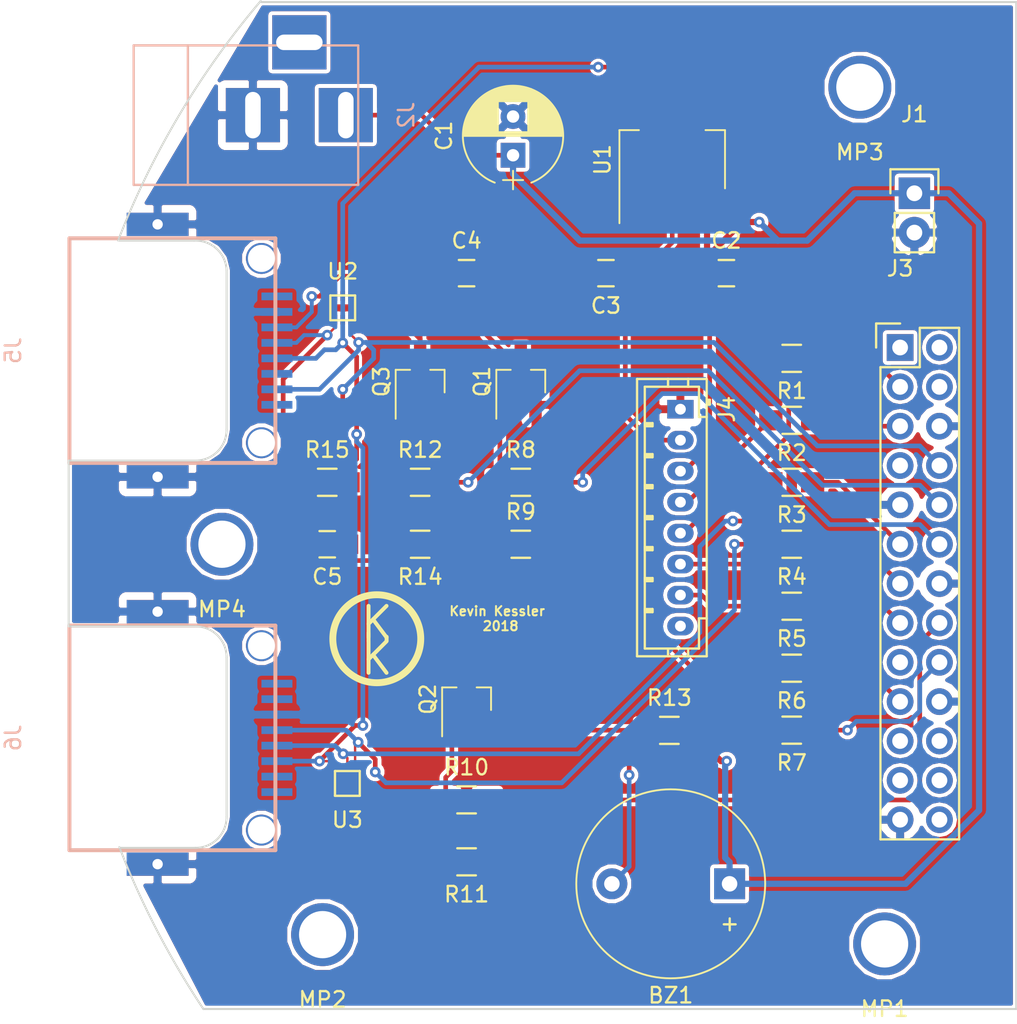
<source format=kicad_pcb>
(kicad_pcb (version 4) (host pcbnew 4.0.7)
  (layers (0 F.Cu signal) (31 B.Cu signal) (34 B.Paste user) (35 F.Paste user) (36 B.SilkS user) (37 F.SilkS user) (38 B.Mask user) (39 F.Mask user) (44 Edge.Cuts user))
  (net 0 "")
  (net 1 "Net-(BZ1-Pad2)")
  (net 2 +5V)
  (net 3 GND)
  (net 4 +3V3)
  (net 5 /DOOR_B)
  (net 6 "Net-(C4-Pad2)")
  (net 7 /HOLD_B)
  (net 8 "Net-(J3-Pad3)")
  (net 9 "Net-(J3-Pad5)")
  (net 10 /G_DOOR)
  (net 11 "Net-(J3-Pad11)")
  (net 12 /LIGHT)
  (net 13 "Net-(J3-Pad13)")
  (net 14 "Net-(J3-Pad15)")
  (net 15 /PIEZO)
  (net 16 "Net-(J3-Pad18)")
  (net 17 "Net-(J3-Pad19)")
  (net 18 /SCL)
  (net 19 /SDA)
  (net 20 /MOSI)
  (net 21 /PIR_OUT)
  (net 22 /HOLD_LED_-)
  (net 23 /CLOSE_HALL)
  (net 24 /OPEN_HALL)
  (net 25 "Net-(Q1-Pad1)")
  (net 26 "Net-(Q2-Pad1)")
  (net 27 "Net-(Q3-Pad1)")
  (module Capacitors_SMD:C_0805_HandSoldering (layer F.Cu) (at 133.781 82.5)
    (fp_text reference C2 (at 0 -2.1) (layer F.SilkS))
    (fp_text value 100n)
    (pad 1 smd rect (at -1.25 0) (size 1.5 1.25) (layers F.Cu F.Paste F.Mask) (net 2 +5V))
    (pad 2 smd rect (at 1.25 0) (size 1.5 1.25) (layers F.Cu F.Paste F.Mask) (net 3 GND))
  )
  (module Capacitors_SMD:C_0805_HandSoldering (layer F.Cu) (at 126 82.5 180)
    (fp_text reference C3 (at 0 -2.1 180) (layer F.SilkS))
    (fp_text value 10u)
    (pad 1 smd rect (at -1.25 0 180) (size 1.5 1.25) (layers F.Cu F.Paste F.Mask) (net 4 +3V3))
    (pad 2 smd rect (at 1.25 0 180) (size 1.5 1.25) (layers F.Cu F.Paste F.Mask) (net 3 GND))
  )
  (module Capacitors_SMD:C_0805_HandSoldering (layer F.Cu) (at 117 82.5)
    (fp_text reference C4 (at 0 -2.1) (layer F.SilkS))
    (fp_text value 100u)
    (pad 1 smd rect (at -1.25 0) (size 1.5 1.25) (layers F.Cu F.Paste F.Mask) (net 5 /DOOR_B))
    (pad 2 smd rect (at 1.25 0) (size 1.5 1.25) (layers F.Cu F.Paste F.Mask) (net 6 "Net-(C4-Pad2)"))
  )
  (module Capacitors_SMD:C_0805_HandSoldering (layer F.Cu) (at 108 100 180)
    (fp_text reference C5 (at 0 -2.1 180) (layer F.SilkS))
    (fp_text value 100n)
    (pad 1 smd rect (at -1.25 0 180) (size 1.5 1.25) (layers F.Cu F.Paste F.Mask) (net 4 +3V3))
    (pad 2 smd rect (at 1.25 0 180) (size 1.5 1.25) (layers F.Cu F.Paste F.Mask) (net 7 /HOLD_B))
  )
  (module Pin_Headers:Pin_Header_Straight_1x02 (layer F.Cu) (at 145.923 77.343)
    (fp_text reference J1 (at 0 -5.1) (layer F.SilkS))
    (fp_text value Conn_01x02)
    (pad 1 thru_hole rect (at 0 0) (size 2.032 2.032) (drill 1.016) (layers *.Cu *.Mask) (net 2 +5V))
    (pad 2 thru_hole oval (at 0 2.54) (size 2.032 2.032) (drill 1.016) (layers *.Cu *.Mask) (net 3 GND))
  )
  (module Connectors:BARREL_JACK (layer B.Cu) (at 102.99934 72.3)
    (fp_text reference J2 (at 10.09904 0 270) (layer B.SilkS) (effects (justify mirror)))
    (fp_text value Barrel_Jack)
    (pad 1 thru_hole rect (at 6.20014 0) (size 3.50012 3.50012) (drill oval 1.00076 2.99974) (layers *.Cu *.Mask) (net 2 +5V))
    (pad 2 thru_hole rect (at 0.20066 0) (size 3.50012 3.50012) (drill oval 1.00076 2.99974) (layers *.Cu *.Mask) (net 3 GND))
    (pad 3 thru_hole rect (at 3.2004 -4.699) (size 3.50012 3.50012) (drill oval 2.99974 1.00076) (layers *.Cu *.Mask))
  )
  (module Pin_Headers:Pin_Header_Straight_2x13 (layer F.Cu) (at 145 87.3)
    (fp_text reference J3 (at 0 -5.1) (layer F.SilkS))
    (fp_text value Conn_02x13_Odd_Even)
    (pad 1 thru_hole rect (at 0 0) (size 1.7272 1.7272) (drill 1.016) (layers *.Cu *.Mask))
    (pad 2 thru_hole oval (at 2.54 0) (size 1.7272 1.7272) (drill 1.016) (layers *.Cu *.Mask))
    (pad 3 thru_hole oval (at 0 2.54) (size 1.7272 1.7272) (drill 1.016) (layers *.Cu *.Mask) (net 8 "Net-(J3-Pad3)"))
    (pad 4 thru_hole oval (at 2.54 2.54) (size 1.7272 1.7272) (drill 1.016) (layers *.Cu *.Mask))
    (pad 5 thru_hole oval (at 0 5.08) (size 1.7272 1.7272) (drill 1.016) (layers *.Cu *.Mask) (net 9 "Net-(J3-Pad5)"))
    (pad 6 thru_hole oval (at 2.54 5.08) (size 1.7272 1.7272) (drill 1.016) (layers *.Cu *.Mask) (net 3 GND))
    (pad 7 thru_hole oval (at 0 7.62) (size 1.7272 1.7272) (drill 1.016) (layers *.Cu *.Mask))
    (pad 8 thru_hole oval (at 2.54 7.62) (size 1.7272 1.7272) (drill 1.016) (layers *.Cu *.Mask) (net 7 /HOLD_B))
    (pad 9 thru_hole oval (at 0 10.16) (size 1.7272 1.7272) (drill 1.016) (layers *.Cu *.Mask) (net 3 GND))
    (pad 10 thru_hole oval (at 2.54 10.16) (size 1.7272 1.7272) (drill 1.016) (layers *.Cu *.Mask) (net 10 /G_DOOR))
    (pad 11 thru_hole oval (at 0 12.7) (size 1.7272 1.7272) (drill 1.016) (layers *.Cu *.Mask) (net 11 "Net-(J3-Pad11)"))
    (pad 12 thru_hole oval (at 2.54 12.7) (size 1.7272 1.7272) (drill 1.016) (layers *.Cu *.Mask) (net 12 /LIGHT))
    (pad 13 thru_hole oval (at 0 15.24) (size 1.7272 1.7272) (drill 1.016) (layers *.Cu *.Mask) (net 13 "Net-(J3-Pad13)"))
    (pad 14 thru_hole oval (at 2.54 15.24) (size 1.7272 1.7272) (drill 1.016) (layers *.Cu *.Mask) (net 3 GND))
    (pad 15 thru_hole oval (at 0 17.78) (size 1.7272 1.7272) (drill 1.016) (layers *.Cu *.Mask) (net 14 "Net-(J3-Pad15)"))
    (pad 16 thru_hole oval (at 2.54 17.78) (size 1.7272 1.7272) (drill 1.016) (layers *.Cu *.Mask) (net 15 /PIEZO))
    (pad 17 thru_hole oval (at 0 20.32) (size 1.7272 1.7272) (drill 1.016) (layers *.Cu *.Mask))
    (pad 18 thru_hole oval (at 2.54 20.32) (size 1.7272 1.7272) (drill 1.016) (layers *.Cu *.Mask) (net 16 "Net-(J3-Pad18)"))
    (pad 19 thru_hole oval (at 0 22.86) (size 1.7272 1.7272) (drill 1.016) (layers *.Cu *.Mask) (net 17 "Net-(J3-Pad19)"))
    (pad 20 thru_hole oval (at 2.54 22.86) (size 1.7272 1.7272) (drill 1.016) (layers *.Cu *.Mask) (net 3 GND))
    (pad 21 thru_hole oval (at 0 25.4) (size 1.7272 1.7272) (drill 1.016) (layers *.Cu *.Mask))
    (pad 22 thru_hole oval (at 2.54 25.4) (size 1.7272 1.7272) (drill 1.016) (layers *.Cu *.Mask))
    (pad 23 thru_hole oval (at 0 27.94) (size 1.7272 1.7272) (drill 1.016) (layers *.Cu *.Mask))
    (pad 24 thru_hole oval (at 2.54 27.94) (size 1.7272 1.7272) (drill 1.016) (layers *.Cu *.Mask))
    (pad 25 thru_hole oval (at 0 30.48) (size 1.7272 1.7272) (drill 1.016) (layers *.Cu *.Mask) (net 3 GND))
    (pad 26 thru_hole oval (at 2.54 30.48) (size 1.7272 1.7272) (drill 1.016) (layers *.Cu *.Mask))
  )
  (module Connectors_JST:JST_PH_B8B-PH-K_08x2.00mm_Straight (layer F.Cu) (at 130.81 91.282 270)
    (fp_text reference J4 (at 0 -3 270) (layer F.SilkS))
    (fp_text value Front_Panel_Connector)
    (pad 1 thru_hole rect (at 0 0 270) (size 1.2 1.7) (drill 0.7) (layers *.Cu *.Mask) (net 3 GND))
    (pad 2 thru_hole oval (at 2 0 270) (size 1.2 1.7) (drill 0.7) (layers *.Cu *.Mask) (net 4 +3V3))
    (pad 3 thru_hole oval (at 4 0 270) (size 1.2 1.7) (drill 0.7) (layers *.Cu *.Mask) (net 2 +5V))
    (pad 4 thru_hole oval (at 6 0 270) (size 1.2 1.7) (drill 0.7) (layers *.Cu *.Mask) (net 18 /SCL))
    (pad 5 thru_hole oval (at 8 0 270) (size 1.2 1.7) (drill 0.7) (layers *.Cu *.Mask) (net 19 /SDA))
    (pad 6 thru_hole oval (at 10 0 270) (size 1.2 1.7) (drill 0.7) (layers *.Cu *.Mask) (net 20 /MOSI))
    (pad 7 thru_hole oval (at 12 0 270) (size 1.2 1.7) (drill 0.7) (layers *.Cu *.Mask) (net 21 /PIR_OUT))
    (pad 8 thru_hole oval (at 14 0 270) (size 1.2 1.7) (drill 0.7) (layers *.Cu *.Mask))
  )
  (module KevinLibrary:RJ45_LOW_PROFILE_NO_CUT (layer B.Cu) (at 98 87.5 270)
    (fp_text reference J5 (at 0 10.287 270) (layer B.SilkS) (effects (justify mirror)))
    (fp_text value RJ45)
    (pad "" np_thru_hole circle (at -5.95 -5.75 270) (size 2 2) (drill 1.75) (layers *.Cu *.Mask))
    (pad "" np_thru_hole circle (at 5.95 -5.75 270) (size 2 2) (drill 1.75) (layers *.Cu *.Mask))
    (pad 9 thru_hole rect (at -8.15 0.955 270) (size 1.5 4) (drill 0.67) (layers *.Cu *.Mask) (net 3 GND))
    (pad 9 thru_hole rect (at 8.15 0.955 270) (size 1.5 4) (drill 0.67) (layers *.Cu *.Mask) (net 3 GND))
    (pad 4 smd rect (at 0.5 -6.75 270) (size 0.5 2) (layers B.Cu B.Paste B.Mask) (net 4 +3V3))
    (pad 3 smd rect (at 1.5 -6.75 270) (size 0.5 2) (layers B.Cu B.Paste B.Mask))
    (pad 2 smd rect (at 2.5 -6.75 270) (size 0.5 2) (layers B.Cu B.Paste B.Mask) (net 7 /HOLD_B))
    (pad 1 smd rect (at 3.5 -6.75 270) (size 0.5 2) (layers B.Cu B.Paste B.Mask))
    (pad 5 smd rect (at -0.5 -6.75 270) (size 0.5 2) (layers B.Cu B.Paste B.Mask) (net 22 /HOLD_LED_-))
    (pad 6 smd rect (at -1.5 -6.75 270) (size 0.5 2) (layers B.Cu B.Paste B.Mask) (net 5 /DOOR_B))
    (pad 7 smd rect (at -2.5 -6.75 270) (size 0.5 2) (layers B.Cu B.Paste B.Mask) (net 3 GND))
    (pad 8 smd rect (at -3.5 -6.75 270) (size 0.5 2) (layers B.Cu B.Paste B.Mask))
  )
  (module KevinLibrary:RJ45_LOW_PROFILE_NO_CUT (layer B.Cu) (at 98 112.5 270)
    (fp_text reference J6 (at 0 10.287 270) (layer B.SilkS) (effects (justify mirror)))
    (fp_text value RJ45)
    (pad "" np_thru_hole circle (at -5.95 -5.75 270) (size 2 2) (drill 1.75) (layers *.Cu *.Mask))
    (pad "" np_thru_hole circle (at 5.95 -5.75 270) (size 2 2) (drill 1.75) (layers *.Cu *.Mask))
    (pad 9 thru_hole rect (at -8.15 0.955 270) (size 1.5 4) (drill 0.67) (layers *.Cu *.Mask) (net 3 GND))
    (pad 9 thru_hole rect (at 8.15 0.955 270) (size 1.5 4) (drill 0.67) (layers *.Cu *.Mask) (net 3 GND))
    (pad 4 smd rect (at 0.5 -6.75 270) (size 0.5 2) (layers B.Cu B.Paste B.Mask) (net 23 /CLOSE_HALL))
    (pad 3 smd rect (at 1.5 -6.75 270) (size 0.5 2) (layers B.Cu B.Paste B.Mask) (net 4 +3V3))
    (pad 2 smd rect (at 2.5 -6.75 270) (size 0.5 2) (layers B.Cu B.Paste B.Mask))
    (pad 1 smd rect (at 3.5 -6.75 270) (size 0.5 2) (layers B.Cu B.Paste B.Mask))
    (pad 5 smd rect (at -0.5 -6.75 270) (size 0.5 2) (layers B.Cu B.Paste B.Mask) (net 24 /OPEN_HALL))
    (pad 6 smd rect (at -1.5 -6.75 270) (size 0.5 2) (layers B.Cu B.Paste B.Mask) (net 3 GND))
    (pad 7 smd rect (at -2.5 -6.75 270) (size 0.5 2) (layers B.Cu B.Paste B.Mask))
    (pad 8 smd rect (at -3.5 -6.75 270) (size 0.5 2) (layers B.Cu B.Paste B.Mask))
  )
  (module TO_SOT_Packages_SMD:SOT-23_Handsoldering (layer F.Cu) (at 120.5 89.5 90)
    (fp_text reference Q1 (at 0 -2.5 90) (layer F.SilkS))
    (fp_text value IRLML6344)
    (pad 1 smd rect (at -1.5 -0.95 90) (size 1.9 0.8) (layers F.Cu F.Paste F.Mask) (net 25 "Net-(Q1-Pad1)"))
    (pad 2 smd rect (at -1.5 0.95 90) (size 1.9 0.8) (layers F.Cu F.Paste F.Mask) (net 3 GND))
    (pad 3 smd rect (at 1.5 0 90) (size 1.9 0.8) (layers F.Cu F.Paste F.Mask) (net 6 "Net-(C4-Pad2)"))
  )
  (module TO_SOT_Packages_SMD:SOT-23_Handsoldering (layer F.Cu) (at 117 110 90)
    (fp_text reference Q2 (at 0 -2.5 90) (layer F.SilkS))
    (fp_text value IRLML6344)
    (pad 1 smd rect (at -1.5 -0.95 90) (size 1.9 0.8) (layers F.Cu F.Paste F.Mask) (net 26 "Net-(Q2-Pad1)"))
    (pad 2 smd rect (at -1.5 0.95 90) (size 1.9 0.8) (layers F.Cu F.Paste F.Mask) (net 3 GND))
    (pad 3 smd rect (at 1.5 0 90) (size 1.9 0.8) (layers F.Cu F.Paste F.Mask) (net 1 "Net-(BZ1-Pad2)"))
  )
  (module TO_SOT_Packages_SMD:SOT-23_Handsoldering (layer F.Cu) (at 114 89.5 90)
    (fp_text reference Q3 (at 0 -2.5 90) (layer F.SilkS))
    (fp_text value IRLML6344)
    (pad 1 smd rect (at -1.5 -0.95 90) (size 1.9 0.8) (layers F.Cu F.Paste F.Mask) (net 27 "Net-(Q3-Pad1)"))
    (pad 2 smd rect (at -1.5 0.95 90) (size 1.9 0.8) (layers F.Cu F.Paste F.Mask) (net 3 GND))
    (pad 3 smd rect (at 1.5 0 90) (size 1.9 0.8) (layers F.Cu F.Paste F.Mask) (net 5 /DOOR_B))
  )
  (module Resistors_SMD:R_0805_HandSoldering (layer F.Cu) (at 138 88 180)
    (fp_text reference R1 (at 0 -2.1 180) (layer F.SilkS))
    (fp_text value 100R)
    (pad 1 smd rect (at -1.35 0 180) (size 1.5 1.3) (layers F.Cu F.Paste F.Mask) (net 8 "Net-(J3-Pad3)"))
    (pad 2 smd rect (at 1.35 0 180) (size 1.5 1.3) (layers F.Cu F.Paste F.Mask) (net 19 /SDA))
  )
  (module Resistors_SMD:R_0805_HandSoldering (layer F.Cu) (at 138 92 180)
    (fp_text reference R2 (at 0 -2.1 180) (layer F.SilkS))
    (fp_text value 100R)
    (pad 1 smd rect (at -1.35 0 180) (size 1.5 1.3) (layers F.Cu F.Paste F.Mask) (net 9 "Net-(J3-Pad5)"))
    (pad 2 smd rect (at 1.35 0 180) (size 1.5 1.3) (layers F.Cu F.Paste F.Mask) (net 18 /SCL))
  )
  (module Resistors_SMD:R_0805_HandSoldering (layer F.Cu) (at 138 96 180)
    (fp_text reference R3 (at 0 -2.1 180) (layer F.SilkS))
    (fp_text value 100R)
    (pad 1 smd rect (at -1.35 0 180) (size 1.5 1.3) (layers F.Cu F.Paste F.Mask) (net 11 "Net-(J3-Pad11)"))
    (pad 2 smd rect (at 1.35 0 180) (size 1.5 1.3) (layers F.Cu F.Paste F.Mask) (net 23 /CLOSE_HALL))
  )
  (module Resistors_SMD:R_0805_HandSoldering (layer F.Cu) (at 138 100 180)
    (fp_text reference R4 (at 0 -2.1 180) (layer F.SilkS))
    (fp_text value 100R)
    (pad 1 smd rect (at -1.35 0 180) (size 1.5 1.3) (layers F.Cu F.Paste F.Mask) (net 13 "Net-(J3-Pad13)"))
    (pad 2 smd rect (at 1.35 0 180) (size 1.5 1.3) (layers F.Cu F.Paste F.Mask) (net 24 /OPEN_HALL))
  )
  (module Resistors_SMD:R_0805_HandSoldering (layer F.Cu) (at 138 104 180)
    (fp_text reference R5 (at 0 -2.1 180) (layer F.SilkS))
    (fp_text value 100R)
    (pad 1 smd rect (at -1.35 0 180) (size 1.5 1.3) (layers F.Cu F.Paste F.Mask) (net 14 "Net-(J3-Pad15)"))
    (pad 2 smd rect (at 1.35 0 180) (size 1.5 1.3) (layers F.Cu F.Paste F.Mask) (net 21 /PIR_OUT))
  )
  (module Resistors_SMD:R_0805_HandSoldering (layer F.Cu) (at 138 108 180)
    (fp_text reference R6 (at 0 -2.1 180) (layer F.SilkS))
    (fp_text value 100R)
    (pad 1 smd rect (at -1.35 0 180) (size 1.5 1.3) (layers F.Cu F.Paste F.Mask) (net 17 "Net-(J3-Pad19)"))
    (pad 2 smd rect (at 1.35 0 180) (size 1.5 1.3) (layers F.Cu F.Paste F.Mask) (net 20 /MOSI))
  )
  (module Resistors_SMD:R_0805_HandSoldering (layer F.Cu) (at 138 112 180)
    (fp_text reference R7 (at 0 -2.1 180) (layer F.SilkS))
    (fp_text value 1OOR)
    (pad 1 smd rect (at -1.35 0 180) (size 1.5 1.3) (layers F.Cu F.Paste F.Mask) (net 16 "Net-(J3-Pad18)"))
    (pad 2 smd rect (at 1.35 0 180) (size 1.5 1.3) (layers F.Cu F.Paste F.Mask) (net 22 /HOLD_LED_-))
  )
  (module Resistors_SMD:R_0805_HandSoldering (layer F.Cu) (at 120.5 96)
    (fp_text reference R8 (at 0 -2.1) (layer F.SilkS))
    (fp_text value 100R)
    (pad 1 smd rect (at -1.35 0) (size 1.5 1.3) (layers F.Cu F.Paste F.Mask) (net 25 "Net-(Q1-Pad1)"))
    (pad 2 smd rect (at 1.35 0) (size 1.5 1.3) (layers F.Cu F.Paste F.Mask) (net 12 /LIGHT))
  )
  (module Resistors_SMD:R_0805_HandSoldering (layer F.Cu) (at 120.5 100)
    (fp_text reference R9 (at 0 -2.1) (layer F.SilkS))
    (fp_text value 100K)
    (pad 1 smd rect (at -1.35 0) (size 1.5 1.3) (layers F.Cu F.Paste F.Mask) (net 3 GND))
    (pad 2 smd rect (at 1.35 0) (size 1.5 1.3) (layers F.Cu F.Paste F.Mask) (net 25 "Net-(Q1-Pad1)"))
  )
  (module Resistors_SMD:R_0805_HandSoldering (layer F.Cu) (at 117 116.5)
    (fp_text reference R10 (at 0 -2.1) (layer F.SilkS))
    (fp_text value 100R)
    (pad 1 smd rect (at -1.35 0) (size 1.5 1.3) (layers F.Cu F.Paste F.Mask) (net 26 "Net-(Q2-Pad1)"))
    (pad 2 smd rect (at 1.35 0) (size 1.5 1.3) (layers F.Cu F.Paste F.Mask) (net 15 /PIEZO))
  )
  (module Resistors_SMD:R_0805_HandSoldering (layer F.Cu) (at 117 120.5 180)
    (fp_text reference R11 (at 0 -2.1 180) (layer F.SilkS))
    (fp_text value 100K)
    (pad 1 smd rect (at -1.35 0 180) (size 1.5 1.3) (layers F.Cu F.Paste F.Mask) (net 3 GND))
    (pad 2 smd rect (at 1.35 0 180) (size 1.5 1.3) (layers F.Cu F.Paste F.Mask) (net 26 "Net-(Q2-Pad1)"))
  )
  (module Resistors_SMD:R_0805_HandSoldering (layer F.Cu) (at 114 96)
    (fp_text reference R12 (at 0 -2.1) (layer F.SilkS))
    (fp_text value 100R)
    (pad 1 smd rect (at -1.35 0) (size 1.5 1.3) (layers F.Cu F.Paste F.Mask) (net 27 "Net-(Q3-Pad1)"))
    (pad 2 smd rect (at 1.35 0) (size 1.5 1.3) (layers F.Cu F.Paste F.Mask) (net 10 /G_DOOR))
  )
  (module Resistors_SMD:R_0805_HandSoldering (layer F.Cu) (at 130.095 112.014)
    (fp_text reference R13 (at 0 -2.1) (layer F.SilkS))
    (fp_text value 1K)
    (pad 1 smd rect (at -1.35 0) (size 1.5 1.3) (layers F.Cu F.Paste F.Mask) (net 1 "Net-(BZ1-Pad2)"))
    (pad 2 smd rect (at 1.35 0) (size 1.5 1.3) (layers F.Cu F.Paste F.Mask) (net 2 +5V))
  )
  (module Resistors_SMD:R_0805_HandSoldering (layer F.Cu) (at 114 100 180)
    (fp_text reference R14 (at 0 -2.1 180) (layer F.SilkS))
    (fp_text value 100K)
    (pad 1 smd rect (at -1.35 0 180) (size 1.5 1.3) (layers F.Cu F.Paste F.Mask) (net 3 GND))
    (pad 2 smd rect (at 1.35 0 180) (size 1.5 1.3) (layers F.Cu F.Paste F.Mask) (net 27 "Net-(Q3-Pad1)"))
  )
  (module Resistors_SMD:R_0805_HandSoldering (layer F.Cu) (at 108 96)
    (fp_text reference R15 (at 0 -2.1) (layer F.SilkS))
    (fp_text value 1K)
    (pad 1 smd rect (at -1.35 0) (size 1.5 1.3) (layers F.Cu F.Paste F.Mask) (net 7 /HOLD_B))
    (pad 2 smd rect (at 1.35 0) (size 1.5 1.3) (layers F.Cu F.Paste F.Mask) (net 4 +3V3))
  )
  (module TO_SOT_Packages_SMD:SOT-223-3Lead_TabPin2 (layer F.Cu) (at 130.281 75.176 90)
    (fp_text reference U1 (at 0 -4.5 90) (layer F.SilkS))
    (fp_text value AP1117-33)
    (pad 2 smd rect (at 3.15 0 90) (size 2 3.8) (layers F.Cu F.Paste F.Mask) (net 4 +3V3))
    (pad 2 smd rect (at -3.15 0 90) (size 2 1.5) (layers F.Cu F.Paste F.Mask) (net 4 +3V3))
    (pad 3 smd rect (at -3.15 2.3 90) (size 2 1.5) (layers F.Cu F.Paste F.Mask) (net 2 +5V))
    (pad 1 smd rect (at -3.15 -2.3 90) (size 2 1.5) (layers F.Cu F.Paste F.Mask) (net 3 GND))
  )
  (module KevinLibrary:SLP1616P6 (layer F.Cu) (at 109 84.74 180)
    (fp_text reference U2 (at 0 2.35 180) (layer F.SilkS))
    (fp_text value uClamp3306)
    (pad 7 smd rect (at 0 0 180) (size 1.3 0.45) (layers F.Cu F.Paste F.Mask) (net 3 GND))
    (pad 1 smd rect (at -0.5 -0.76 180) (size 0.3 0.63) (layers F.Cu F.Paste F.Mask) (net 7 /HOLD_B))
    (pad 2 smd rect (at 0 -0.76 180) (size 0.3 0.63) (layers F.Cu F.Paste F.Mask) (net 4 +3V3))
    (pad 3 smd rect (at 0.5 -0.76 180) (size 0.3 0.63) (layers F.Cu F.Paste F.Mask) (net 22 /HOLD_LED_-))
    (pad 4 smd rect (at 0.5 0.76 180) (size 0.3 0.63) (layers F.Cu F.Paste F.Mask) (net 5 /DOOR_B))
    (pad 5 smd rect (at 0 0.76 180) (size 0.3 0.63) (layers F.Cu F.Paste F.Mask))
    (pad 6 smd rect (at -0.5 0.76 180) (size 0.3 0.63) (layers F.Cu F.Paste F.Mask))
  )
  (module KevinLibrary:SLP1616P6 (layer F.Cu) (at 109.3 115.44)
    (fp_text reference U3 (at 0 2.35) (layer F.SilkS))
    (fp_text value uClamp3306)
    (pad 7 smd rect (at 0 0) (size 1.3 0.45) (layers F.Cu F.Paste F.Mask) (net 3 GND))
    (pad 1 smd rect (at -0.5 -0.76) (size 0.3 0.63) (layers F.Cu F.Paste F.Mask) (net 4 +3V3))
    (pad 2 smd rect (at 0 -0.76) (size 0.3 0.63) (layers F.Cu F.Paste F.Mask) (net 23 /CLOSE_HALL))
    (pad 3 smd rect (at 0.5 -0.76) (size 0.3 0.63) (layers F.Cu F.Paste F.Mask) (net 24 /OPEN_HALL))
    (pad 4 smd rect (at 0.5 0.76) (size 0.3 0.63) (layers F.Cu F.Paste F.Mask))
    (pad 5 smd rect (at 0 0.76) (size 0.3 0.63) (layers F.Cu F.Paste F.Mask))
    (pad 6 smd rect (at -0.5 0.76) (size 0.3 0.63) (layers F.Cu F.Paste F.Mask))
  )
  (module Buzzers_Beepers:Buzzer_12x9.5RM7.6 (layer F.Cu) (at 133.985 121.92 180)
    (fp_text reference BZ1 (at 3.8 -7.2 180) (layer F.SilkS))
    (fp_text value Buzzer)
    (fp_text user + (at -0.01 -2.54 180) (layer F.SilkS))
    (pad 1 thru_hole rect (at 0 0 180) (size 2 2) (drill 1) (layers *.Cu *.Mask) (net 2 +5V))
    (pad 2 thru_hole circle (at 7.6 0 180) (size 2 2) (drill 1) (layers *.Cu *.Mask) (net 1 "Net-(BZ1-Pad2)"))
  )
  (module Capacitors_THT:CP_Radial_D6.3mm_P2.50mm (layer F.Cu) (at 120 74.89 90)
    (fp_text reference C1 (at 1.25 -4.46 90) (layer F.SilkS))
    (fp_text value 220u)
    (pad 1 thru_hole rect (at 0 0 90) (size 1.6 1.6) (drill 0.8) (layers *.Cu *.Mask) (net 2 +5V))
    (pad 2 thru_hole circle (at 2.5 0 90) (size 1.6 1.6) (drill 0.8) (layers *.Cu *.Mask) (net 3 GND))
  )
  (module KevinLib:TH-M3 (layer F.Cu) (at 144 125.8)
    (fp_text reference MP1 (at 0 4.191) (layer F.SilkS))
    (fp_text value MOUNTHOLE)
    (pad "" np_thru_hole circle (at 0 0) (size 4.064 4.064) (drill 3.048) (layers *.Cu *.Mask))
  )
  (module KevinLib:TH-M3 (layer F.Cu) (at 107.7 125.2)
    (fp_text reference MP2 (at 0 4.191) (layer F.SilkS))
    (fp_text value MOUNTHOLE)
    (pad "" np_thru_hole circle (at 0 0) (size 4.064 4.064) (drill 3.048) (layers *.Cu *.Mask))
  )
  (module KevinLib:TH-M3 (layer F.Cu) (at 142.4 70.5)
    (fp_text reference MP3 (at 0 4.191) (layer F.SilkS))
    (fp_text value MOUNTHOLE)
    (pad "" np_thru_hole circle (at 0 0) (size 4.064 4.064) (drill 3.048) (layers *.Cu *.Mask))
  )
  (module KevinLib:TH-M3 (layer F.Cu) (at 101.2 100)
    (fp_text reference MP4 (at 0 4.191) (layer F.SilkS))
    (fp_text value MOUNTHOLE)
    (pad "" np_thru_hole circle (at 0 0) (size 4.064 4.064) (drill 3.048) (layers *.Cu *.Mask))
  )
  (module KevinLib:Logo (layer F.Cu) (at 111.2 106.1)
    (fp_text reference REF** hide)
    (fp_text value Logo hide)
    (fp_text user K (at 0 -1.016) (layer F.SilkS) (effects (font (size 2.032 2.032) (thickness 0.254))))
    (fp_text user K (at 0 1.27) (layer F.SilkS) (effects (font (size 2.032 2.032) (thickness 0.254))))
  )
  (gr_text "Kevin Kessler \n2018" (at 119.2 104.8) (layer F.SilkS) (effects (font (size 0.6 0.6) (thickness 0.127))))
  (gr_line (start 91.3 105.3) (end 91.3 94.6) (layer Edge.Cuts) (width 0.127))
  (gr_line (start 99.5 119.6) (end 94.6 119.6) (layer Edge.Cuts) (width 0.127))
  (gr_arc (start 99.5 117.6) (end 101.5 117.6) (angle 90) (layer Edge.Cuts) (width 0.127))
  (gr_line (start 101.5 107.3) (end 101.5 117.6) (layer Edge.Cuts) (width 0.127))
  (gr_arc (start 99.5 107.3) (end 99.5 105.3) (angle 90) (layer Edge.Cuts) (width 0.127))
  (gr_line (start 91.3 105.3) (end 99.5 105.3) (layer Edge.Cuts) (width 0.127))
  (gr_line (start 99.6 94.6) (end 91.3 94.6) (layer Edge.Cuts) (width 0.127))
  (gr_arc (start 99.5 92.6) (end 101.5 92.6) (angle 87.13759477) (layer Edge.Cuts) (width 0.127))
  (gr_line (start 101.5 82.3) (end 101.5 92.6) (layer Edge.Cuts) (width 0.127))
  (gr_arc (start 99.5 82.4) (end 99.4 80.4) (angle 90) (layer Edge.Cuts) (width 0.127))
  (gr_line (start 94.5 80.4) (end 99.4 80.4) (layer Edge.Cuts) (width 0.127))
  (gr_arc (start 145 100) (end 100 130) (angle 12.5) (layer Edge.Cuts) (width 0.127))
  (gr_line (start 152.5 130) (end 100 130) (layer Edge.Cuts) (width 0.127))
  (gr_arc (start 145 100) (end 94.5 80.375) (angle 19.1) (layer Edge.Cuts) (width 0.127))
  (gr_line (start 152.5 65) (end 103.75 65) (layer Edge.Cuts) (width 0.127))
  (gr_line (start 152.5 65) (end 152.5 130) (layer Edge.Cuts) (width 0.127))
  (segment (start 126.7 112) (end 126.714 112.014) (width 0.3) (layer F.Cu) (net 1))
  (segment (start 126.714 112.014) (end 128.745 112.014) (width 0.3) (layer F.Cu) (net 1))
  (segment (start 121.2 112) (end 126.7 112) (width 0.3) (layer F.Cu) (net 1))
  (segment (start 117 108.5) (end 117.7 108.5) (width 0.3) (layer F.Cu) (net 1))
  (segment (start 117.7 108.5) (end 121.2 112) (width 0.3) (layer F.Cu) (net 1))
  (segment (start 127.5 114.9) (end 127.5 120.805) (width 0.3) (layer B.Cu) (net 1))
  (segment (start 127.5 120.805) (end 126.385 121.92) (width 0.3) (layer B.Cu) (net 1))
  (via (at 127.5 114.9) (size 0.6858) (drill 0.3302) (layers F.Cu B.Cu) (net 1))
  (segment (start 127.5 114.209) (end 127.5 114.9) (width 0.3) (layer F.Cu) (net 1))
  (segment (start 128.745 112.014) (end 128.745 112.964) (width 0.3) (layer F.Cu) (net 1))
  (segment (start 128.745 112.964) (end 127.5 114.209) (width 0.3) (layer F.Cu) (net 1))
  (segment (start 114.1 72.3) (end 116.69 74.89) (width 0.3) (layer F.Cu) (net 2))
  (segment (start 116.69 74.89) (end 120 74.89) (width 0.3) (layer F.Cu) (net 2))
  (segment (start 109.19948 72.3) (end 114.1 72.3) (width 0.3) (layer F.Cu) (net 2))
  (segment (start 132.7 83.594) (end 132.7 93.642) (width 0.3) (layer F.Cu) (net 2))
  (segment (start 131.06 95.282) (end 130.81 95.282) (width 0.3) (layer F.Cu) (net 2))
  (segment (start 132.7 93.642) (end 131.06 95.282) (width 0.3) (layer F.Cu) (net 2))
  (segment (start 132.531 82.5) (end 132.531 83.425) (width 0.3) (layer F.Cu) (net 2))
  (segment (start 132.531 83.425) (end 132.7 83.594) (width 0.3) (layer F.Cu) (net 2))
  (segment (start 133.8 114) (end 133.431 114) (width 0.4) (layer F.Cu) (net 2))
  (segment (start 133.431 114) (end 131.445 112.014) (width 0.4) (layer F.Cu) (net 2))
  (segment (start 133.7 120.235) (end 133.7 114.1) (width 0.4) (layer B.Cu) (net 2))
  (segment (start 133.7 114.1) (end 133.8 114) (width 0.4) (layer B.Cu) (net 2))
  (via (at 133.8 114) (size 0.6858) (drill 0.3302) (layers F.Cu B.Cu) (net 2))
  (segment (start 133.985 121.92) (end 133.985 120.52) (width 0.4) (layer B.Cu) (net 2))
  (segment (start 133.985 120.52) (end 133.7 120.235) (width 0.4) (layer B.Cu) (net 2))
  (segment (start 150.1 79.3) (end 148.143 77.343) (width 0.4) (layer B.Cu) (net 2))
  (segment (start 148.143 77.343) (end 145.923 77.343) (width 0.4) (layer B.Cu) (net 2))
  (segment (start 150.1 117.17005) (end 150.1 79.3) (width 0.4) (layer B.Cu) (net 2))
  (segment (start 133.985 121.92) (end 145.35005 121.92) (width 0.4) (layer B.Cu) (net 2))
  (segment (start 145.35005 121.92) (end 150.1 117.17005) (width 0.4) (layer B.Cu) (net 2))
  (segment (start 132.531 82.5) (end 132.531 78.376) (width 0.4) (layer F.Cu) (net 2))
  (segment (start 132.531 78.376) (end 132.581 78.326) (width 0.4) (layer F.Cu) (net 2))
  (segment (start 124.31 80.4) (end 137.1 80.4) (width 0.4) (layer B.Cu) (net 2))
  (segment (start 135.9 79.2) (end 136.242899 79.542899) (width 0.4) (layer B.Cu) (net 2))
  (segment (start 137.1 80.4) (end 139 80.4) (width 0.4) (layer B.Cu) (net 2))
  (segment (start 136.242899 79.542899) (end 137.1 80.4) (width 0.4) (layer B.Cu) (net 2))
  (segment (start 134.806 79.2) (end 135.9 79.2) (width 0.4) (layer F.Cu) (net 2))
  (via (at 135.9 79.2) (size 0.6858) (drill 0.3302) (layers F.Cu B.Cu) (net 2))
  (segment (start 132.531 82.5) (end 132.531 81.475) (width 0.4) (layer F.Cu) (net 2))
  (segment (start 132.531 81.475) (end 134.806 79.2) (width 0.4) (layer F.Cu) (net 2))
  (segment (start 139 80.4) (end 142.057 77.343) (width 0.4) (layer B.Cu) (net 2))
  (segment (start 142.057 77.343) (end 145.923 77.343) (width 0.4) (layer B.Cu) (net 2))
  (segment (start 120 74.89) (end 120 76.09) (width 0.4) (layer B.Cu) (net 2))
  (segment (start 120 76.09) (end 124.31 80.4) (width 0.4) (layer B.Cu) (net 2))
  (segment (start 132.581 82.45) (end 132.531 82.5) (width 0.3) (layer F.Cu) (net 2))
  (segment (start 109.8 111.7) (end 107.5 114) (width 0.3) (layer F.Cu) (net 4))
  (segment (start 110.3 111.7) (end 109.8 111.7) (width 0.3) (layer F.Cu) (net 4))
  (segment (start 108.8 114.515) (end 108.8 114.68) (width 0.1524) (layer F.Cu) (net 4))
  (segment (start 108.285 114) (end 108.8 114.515) (width 0.1524) (layer F.Cu) (net 4))
  (segment (start 107.5 114) (end 108.285 114) (width 0.1524) (layer F.Cu) (net 4))
  (via (at 107.5 114) (size 0.6858) (drill 0.3302) (layers F.Cu B.Cu) (net 4))
  (segment (start 104.75 114) (end 107.5 114) (width 0.3) (layer B.Cu) (net 4))
  (segment (start 125.5 69.2) (end 117.8 69.2) (width 0.3) (layer B.Cu) (net 4))
  (segment (start 117.8 69.2) (end 109 78) (width 0.3) (layer B.Cu) (net 4))
  (segment (start 109 78) (end 109 87) (width 0.3) (layer B.Cu) (net 4))
  (segment (start 109.9 87.9) (end 109 87) (width 0.3) (layer F.Cu) (net 4))
  (segment (start 109.9 92.9) (end 109.9 87.9) (width 0.3) (layer F.Cu) (net 4))
  (segment (start 108.657101 87.342899) (end 109 87) (width 0.3) (layer B.Cu) (net 4))
  (segment (start 108.554011 87.445989) (end 108.657101 87.342899) (width 0.3) (layer B.Cu) (net 4))
  (segment (start 107.820522 87.445989) (end 108.554011 87.445989) (width 0.3) (layer B.Cu) (net 4))
  (segment (start 104.75 88) (end 107.266511 88) (width 0.3) (layer B.Cu) (net 4))
  (segment (start 107.266511 88) (end 107.820522 87.445989) (width 0.3) (layer B.Cu) (net 4))
  (segment (start 109 87) (end 109 85.5) (width 0.1524) (layer F.Cu) (net 4))
  (via (at 109 87) (size 0.6858) (drill 0.3302) (layers F.Cu B.Cu) (net 4))
  (via (at 110.3 111.7) (size 0.6858) (drill 0.3302) (layers F.Cu B.Cu) (net 4))
  (segment (start 110.3 93.784933) (end 110.3 111.7) (width 0.3) (layer B.Cu) (net 4))
  (segment (start 109.9 92.9) (end 109.9 93.384933) (width 0.3) (layer B.Cu) (net 4))
  (segment (start 109.9 93.384933) (end 110.3 93.784933) (width 0.3) (layer B.Cu) (net 4))
  (segment (start 109.35 96) (end 109.35 99.9) (width 0.3) (layer F.Cu) (net 4))
  (segment (start 109.35 99.9) (end 109.25 100) (width 0.3) (layer F.Cu) (net 4))
  (segment (start 125.5 69.2) (end 128.755 69.2) (width 0.3) (layer F.Cu) (net 4))
  (segment (start 128.755 69.2) (end 130.281 70.726) (width 0.3) (layer F.Cu) (net 4))
  (segment (start 130.281 70.726) (end 130.281 72.026) (width 0.3) (layer F.Cu) (net 4))
  (via (at 125.5 69.2) (size 0.6858) (drill 0.3302) (layers F.Cu B.Cu) (net 4))
  (segment (start 109.9 94.5) (end 109.9 92.9) (width 0.3) (layer F.Cu) (net 4))
  (via (at 109.9 92.9) (size 0.6858) (drill 0.3302) (layers F.Cu B.Cu) (net 4))
  (segment (start 109.35 96) (end 109.35 95.05) (width 0.3) (layer F.Cu) (net 4))
  (segment (start 109.35 95.05) (end 109.9 94.5) (width 0.3) (layer F.Cu) (net 4))
  (segment (start 130.281 78.326) (end 130.281 77.026) (width 0.3) (layer F.Cu) (net 4))
  (segment (start 130.281 77.026) (end 130.281 72.026) (width 0.3) (layer F.Cu) (net 4))
  (segment (start 127.25 91.65) (end 128.882 93.282) (width 0.3) (layer F.Cu) (net 4))
  (segment (start 128.882 93.282) (end 130.81 93.282) (width 0.3) (layer F.Cu) (net 4))
  (segment (start 127.25 82.5) (end 127.25 91.65) (width 0.3) (layer F.Cu) (net 4))
  (segment (start 127.25 82.5) (end 128.3 82.5) (width 0.3) (layer F.Cu) (net 4))
  (segment (start 128.3 82.5) (end 130.281 80.519) (width 0.3) (layer F.Cu) (net 4))
  (segment (start 130.281 80.519) (end 130.281 79.626) (width 0.3) (layer F.Cu) (net 4))
  (segment (start 130.281 79.626) (end 130.281 78.326) (width 0.3) (layer F.Cu) (net 4))
  (segment (start 107 84) (end 107.5 84) (width 0.254) (layer F.Cu) (net 5))
  (segment (start 107.5 84) (end 108.468999 84) (width 0.254) (layer F.Cu) (net 5))
  (segment (start 108.8 82.7) (end 108.5 83) (width 0.3) (layer F.Cu) (net 5))
  (segment (start 114 88) (end 114 86.75) (width 0.3) (layer F.Cu) (net 5))
  (segment (start 114 86.75) (end 109.95 82.7) (width 0.3) (layer F.Cu) (net 5))
  (segment (start 109.95 82.7) (end 108.8 82.7) (width 0.3) (layer F.Cu) (net 5))
  (segment (start 108.5 83) (end 107.5 84) (width 0.3) (layer F.Cu) (net 5))
  (segment (start 107 85.004) (end 107 84) (width 0.254) (layer B.Cu) (net 5))
  (via (at 107 84) (size 0.6858) (drill 0.3302) (layers F.Cu B.Cu) (net 5))
  (segment (start 104.75 86) (end 106.004 86) (width 0.254) (layer B.Cu) (net 5))
  (segment (start 106.004 86) (end 107 85.004) (width 0.254) (layer B.Cu) (net 5))
  (segment (start 114 88) (end 114 84.125) (width 0.3) (layer F.Cu) (net 5))
  (segment (start 114 84.125) (end 115.625 82.5) (width 0.3) (layer F.Cu) (net 5))
  (segment (start 115.625 82.5) (end 115.75 82.5) (width 0.3) (layer F.Cu) (net 5))
  (segment (start 118.25 82.5) (end 118.25 86.45) (width 0.3) (layer F.Cu) (net 6))
  (segment (start 118.25 86.45) (end 119.8 88) (width 0.3) (layer F.Cu) (net 6))
  (segment (start 119.8 88) (end 120.5 88) (width 0.3) (layer F.Cu) (net 6))
  (segment (start 109 90) (end 111 88) (width 0.3) (layer B.Cu) (net 7))
  (segment (start 111 88) (end 111 87.458775) (width 0.3) (layer B.Cu) (net 7))
  (segment (start 111 87.458775) (end 110.513079 86.971854) (width 0.3) (layer B.Cu) (net 7))
  (segment (start 109 92.7) (end 109 90) (width 0.3) (layer F.Cu) (net 7))
  (via (at 109 90) (size 0.6858) (drill 0.3302) (layers F.Cu B.Cu) (net 7))
  (segment (start 106.65 96) (end 106.65 95.05) (width 0.3) (layer F.Cu) (net 7))
  (segment (start 106.65 95.05) (end 109 92.7) (width 0.3) (layer F.Cu) (net 7))
  (segment (start 110.028146 87.471854) (end 110.028146 87.456787) (width 0.3) (layer B.Cu) (net 7))
  (segment (start 107.5 90) (end 110.028146 87.471854) (width 0.3) (layer B.Cu) (net 7))
  (segment (start 104.75 90) (end 107.5 90) (width 0.3) (layer B.Cu) (net 7))
  (segment (start 110.513079 86.971854) (end 110.028146 86.971854) (width 0.3) (layer B.Cu) (net 7))
  (segment (start 139.652399 93.652399) (end 132.971854 86.971854) (width 0.3) (layer B.Cu) (net 7))
  (segment (start 147.54 94.92) (end 146.272399 93.652399) (width 0.3) (layer B.Cu) (net 7))
  (segment (start 109.5 86.443708) (end 109.685247 86.628955) (width 0.1524) (layer F.Cu) (net 7))
  (segment (start 132.971854 86.971854) (end 110.513079 86.971854) (width 0.3) (layer B.Cu) (net 7))
  (segment (start 146.272399 93.652399) (end 139.652399 93.652399) (width 0.3) (layer B.Cu) (net 7))
  (segment (start 109.685247 86.628955) (end 110.028146 86.971854) (width 0.1524) (layer F.Cu) (net 7))
  (via (at 110.028146 86.971854) (size 0.6858) (drill 0.3302) (layers F.Cu B.Cu) (net 7))
  (segment (start 110.028146 87.456787) (end 110.028146 86.971854) (width 0.3) (layer B.Cu) (net 7))
  (segment (start 109.5 85.5) (end 109.5 86.443708) (width 0.1524) (layer F.Cu) (net 7))
  (segment (start 106.65 96) (end 106.65 99.9) (width 0.3) (layer F.Cu) (net 7))
  (segment (start 106.65 99.9) (end 106.75 100) (width 0.3) (layer F.Cu) (net 7))
  (segment (start 141.676401 88.976401) (end 140.7 88) (width 0.3) (layer F.Cu) (net 8))
  (segment (start 140.7 88) (end 139.35 88) (width 0.3) (layer F.Cu) (net 8))
  (segment (start 145 89.84) (end 144.136401 88.976401) (width 0.3) (layer F.Cu) (net 8))
  (segment (start 144.136401 88.976401) (end 141.676401 88.976401) (width 0.3) (layer F.Cu) (net 8))
  (segment (start 140.78 92.38) (end 140.4 92) (width 0.3) (layer F.Cu) (net 9))
  (segment (start 140.4 92) (end 139.35 92) (width 0.3) (layer F.Cu) (net 9))
  (segment (start 145 92.38) (end 140.78 92.38) (width 0.3) (layer F.Cu) (net 9))
  (segment (start 117.1 96) (end 115.35 96) (width 0.3) (layer F.Cu) (net 10))
  (via (at 117.1 96) (size 0.6858) (drill 0.3302) (layers F.Cu B.Cu) (net 10))
  (segment (start 124.3 88.8) (end 117.1 96) (width 0.3) (layer B.Cu) (net 10))
  (segment (start 132.6 88.8) (end 124.3 88.8) (width 0.3) (layer B.Cu) (net 10))
  (segment (start 139.992399 96.192399) (end 132.6 88.8) (width 0.3) (layer B.Cu) (net 10))
  (segment (start 147.54 97.46) (end 146.272399 96.192399) (width 0.3) (layer B.Cu) (net 10))
  (segment (start 146.272399 96.192399) (end 139.992399 96.192399) (width 0.3) (layer B.Cu) (net 10))
  (segment (start 145 100) (end 141 96) (width 0.3) (layer F.Cu) (net 11))
  (segment (start 141 96) (end 139.35 96) (width 0.3) (layer F.Cu) (net 11))
  (segment (start 124.5 96) (end 121.85 96) (width 0.3) (layer F.Cu) (net 12))
  (via (at 124.5 96) (size 0.6858) (drill 0.3302) (layers F.Cu B.Cu) (net 12))
  (segment (start 124.5 95.414798) (end 124.5 96) (width 0.3) (layer B.Cu) (net 12))
  (segment (start 147.54 100) (end 146.272399 98.732399) (width 0.3) (layer B.Cu) (net 12))
  (segment (start 131.983201 90.277999) (end 129.636799 90.277999) (width 0.3) (layer B.Cu) (net 12))
  (segment (start 146.272399 98.732399) (end 140.437601 98.732399) (width 0.3) (layer B.Cu) (net 12))
  (segment (start 140.437601 98.732399) (end 131.983201 90.277999) (width 0.3) (layer B.Cu) (net 12))
  (segment (start 129.636799 90.277999) (end 124.5 95.414798) (width 0.3) (layer B.Cu) (net 12))
  (segment (start 145 102.54) (end 142.46 100) (width 0.3) (layer F.Cu) (net 13))
  (segment (start 142.46 100) (end 139.35 100) (width 0.3) (layer F.Cu) (net 13))
  (segment (start 145 105.08) (end 143.92 104) (width 0.3) (layer F.Cu) (net 14))
  (segment (start 143.92 104) (end 139.35 104) (width 0.3) (layer F.Cu) (net 14))
  (segment (start 118.35 116.5) (end 119.4 116.5) (width 0.3) (layer F.Cu) (net 15))
  (segment (start 119.4 116.5) (end 119.407601 116.507601) (width 0.3) (layer F.Cu) (net 15))
  (segment (start 119.407601 116.507601) (end 145.608449 116.507601) (width 0.3) (layer F.Cu) (net 15))
  (segment (start 145.608449 116.507601) (end 146.267601 115.848449) (width 0.3) (layer F.Cu) (net 15))
  (segment (start 146.267601 115.848449) (end 146.267601 106.352399) (width 0.3) (layer F.Cu) (net 15))
  (segment (start 146.267601 106.352399) (end 146.676401 105.943599) (width 0.3) (layer F.Cu) (net 15))
  (segment (start 146.676401 105.943599) (end 147.54 105.08) (width 0.3) (layer F.Cu) (net 15))
  (segment (start 141.6 112) (end 139.35 112) (width 0.3) (layer F.Cu) (net 16))
  (via (at 141.6 112) (size 0.6858) (drill 0.3302) (layers F.Cu B.Cu) (net 16))
  (segment (start 142.172399 111.427601) (end 141.6 112) (width 0.3) (layer B.Cu) (net 16))
  (segment (start 147.54 107.62) (end 146.272399 108.887601) (width 0.3) (layer B.Cu) (net 16))
  (segment (start 146.272399 108.887601) (end 146.272399 110.763651) (width 0.3) (layer B.Cu) (net 16))
  (segment (start 146.272399 110.763651) (end 145.608449 111.427601) (width 0.3) (layer B.Cu) (net 16))
  (segment (start 145.608449 111.427601) (end 142.172399 111.427601) (width 0.3) (layer B.Cu) (net 16))
  (segment (start 145 110.16) (end 142.84 108) (width 0.3) (layer F.Cu) (net 17))
  (segment (start 142.84 108) (end 139.35 108) (width 0.3) (layer F.Cu) (net 17))
  (segment (start 136.65 92) (end 136.55 92) (width 0.3) (layer F.Cu) (net 18))
  (segment (start 136.55 92) (end 131.268 97.282) (width 0.3) (layer F.Cu) (net 18))
  (segment (start 131.268 97.282) (end 130.81 97.282) (width 0.3) (layer F.Cu) (net 18))
  (segment (start 136.65 88) (end 136.75 88) (width 0.3) (layer F.Cu) (net 19))
  (segment (start 131.06 99.282) (end 130.81 99.282) (width 0.3) (layer F.Cu) (net 19))
  (segment (start 136.75 88) (end 137.804001 89.054001) (width 0.3) (layer F.Cu) (net 19))
  (segment (start 137.804001 89.054001) (end 137.804001 92.973201) (width 0.3) (layer F.Cu) (net 19))
  (segment (start 137.804001 92.973201) (end 135.831203 94.945999) (width 0.3) (layer F.Cu) (net 19))
  (segment (start 135.831203 94.945999) (end 135.396001 94.945999) (width 0.3) (layer F.Cu) (net 19))
  (segment (start 135.396001 94.945999) (end 131.06 99.282) (width 0.3) (layer F.Cu) (net 19))
  (segment (start 136.65 108) (end 136.65 107.05) (width 0.3) (layer F.Cu) (net 20))
  (segment (start 136.65 107.05) (end 137.804001 105.895999) (width 0.3) (layer F.Cu) (net 20))
  (segment (start 137.804001 105.895999) (end 137.804001 103.026799) (width 0.3) (layer F.Cu) (net 20))
  (segment (start 137.804001 103.026799) (end 136.059202 101.282) (width 0.3) (layer F.Cu) (net 20))
  (segment (start 136.059202 101.282) (end 131.96 101.282) (width 0.3) (layer F.Cu) (net 20))
  (segment (start 131.96 101.282) (end 130.81 101.282) (width 0.3) (layer F.Cu) (net 20))
  (segment (start 132.9 104) (end 132.182 103.282) (width 0.3) (layer F.Cu) (net 21))
  (segment (start 132.182 103.282) (end 130.81 103.282) (width 0.3) (layer F.Cu) (net 21))
  (segment (start 136.65 104) (end 132.9 104) (width 0.3) (layer F.Cu) (net 21))
  (segment (start 136.65 112) (end 135.6 112) (width 0.3) (layer F.Cu) (net 22))
  (segment (start 105.154001 100.506203) (end 105.154001 89.345999) (width 0.3) (layer F.Cu) (net 22))
  (segment (start 135.6 112) (end 124.654001 101.054001) (width 0.3) (layer F.Cu) (net 22))
  (segment (start 124.654001 101.054001) (end 105.701799 101.054001) (width 0.3) (layer F.Cu) (net 22))
  (segment (start 105.154001 89.345999) (end 108 86.5) (width 0.3) (layer F.Cu) (net 22))
  (segment (start 105.701799 101.054001) (end 105.154001 100.506203) (width 0.3) (layer F.Cu) (net 22))
  (segment (start 108.5 86) (end 108.5 85.5) (width 0.1524) (layer F.Cu) (net 22))
  (segment (start 108 86.5) (end 108.5 86) (width 0.1524) (layer F.Cu) (net 22))
  (segment (start 106.504 86.5) (end 108 86.5) (width 0.254) (layer B.Cu) (net 22))
  (via (at 108 86.5) (size 0.6858) (drill 0.3302) (layers F.Cu B.Cu) (net 22))
  (segment (start 104.75 87) (end 106.004 87) (width 0.254) (layer B.Cu) (net 22))
  (segment (start 106.004 87) (end 106.504 86.5) (width 0.254) (layer B.Cu) (net 22))
  (segment (start 109.028146 113.528146) (end 124.233738 113.528146) (width 0.3) (layer B.Cu) (net 23))
  (segment (start 124.233738 113.528146) (end 132.06401 105.697874) (width 0.3) (layer B.Cu) (net 23))
  (segment (start 132.06401 105.697874) (end 132.06401 100.151057) (width 0.3) (layer B.Cu) (net 23))
  (segment (start 132.06401 100.151057) (end 133.715067 98.5) (width 0.3) (layer B.Cu) (net 23))
  (segment (start 133.715067 98.5) (end 134.2 98.5) (width 0.3) (layer B.Cu) (net 23))
  (segment (start 109.3 114.68) (end 109.3 113.8) (width 0.1524) (layer F.Cu) (net 23))
  (segment (start 108.685247 113.185247) (end 109.028146 113.528146) (width 0.3) (layer B.Cu) (net 23))
  (segment (start 109.3 113.8) (end 109.028146 113.528146) (width 0.1524) (layer F.Cu) (net 23))
  (segment (start 108.5 113) (end 108.685247 113.185247) (width 0.3) (layer B.Cu) (net 23))
  (segment (start 104.75 113) (end 108.5 113) (width 0.3) (layer B.Cu) (net 23))
  (via (at 109.028146 113.528146) (size 0.6858) (drill 0.3302) (layers F.Cu B.Cu) (net 23))
  (via (at 134.2 98.5) (size 0.6858) (drill 0.3302) (layers F.Cu B.Cu) (net 23))
  (segment (start 135.1 98.5) (end 134.2 98.5) (width 0.3) (layer F.Cu) (net 23))
  (segment (start 136.65 96) (end 136.65 96.95) (width 0.3) (layer F.Cu) (net 23))
  (segment (start 136.65 96.95) (end 135.1 98.5) (width 0.3) (layer F.Cu) (net 23))
  (segment (start 111.1 114.7) (end 111.1 113.881236) (width 0.3) (layer F.Cu) (net 24))
  (segment (start 111.1 113.881236) (end 110 112.781236) (width 0.3) (layer F.Cu) (net 24))
  (segment (start 111.8 115.4) (end 111.1 114.7) (width 0.3) (layer B.Cu) (net 24))
  (via (at 111.1 114.7) (size 0.6858) (drill 0.3302) (layers F.Cu B.Cu) (net 24))
  (segment (start 123.145373 115.4) (end 111.8 115.4) (width 0.3) (layer B.Cu) (net 24))
  (segment (start 109.8 112.981236) (end 110 112.781236) (width 0.1524) (layer F.Cu) (net 24))
  (segment (start 109.8 114.68) (end 109.8 112.981236) (width 0.1524) (layer F.Cu) (net 24))
  (segment (start 109.218764 112) (end 109.657101 112.438337) (width 0.3) (layer B.Cu) (net 24))
  (segment (start 104.75 112) (end 109.218764 112) (width 0.3) (layer B.Cu) (net 24))
  (via (at 110 112.781236) (size 0.6858) (drill 0.3302) (layers F.Cu B.Cu) (net 24))
  (segment (start 109.657101 112.438337) (end 110 112.781236) (width 0.3) (layer B.Cu) (net 24))
  (segment (start 134.3 104.245373) (end 123.145373 115.4) (width 0.3) (layer B.Cu) (net 24))
  (segment (start 134.3 100) (end 134.3 104.245373) (width 0.3) (layer B.Cu) (net 24))
  (via (at 134.3 100) (size 0.6858) (drill 0.3302) (layers F.Cu B.Cu) (net 24))
  (segment (start 135.6 100) (end 134.3 100) (width 0.3) (layer F.Cu) (net 24))
  (segment (start 136.65 100) (end 135.6 100) (width 0.3) (layer F.Cu) (net 24))
  (segment (start 119.15 96) (end 119.15 97.4) (width 0.3) (layer F.Cu) (net 25))
  (segment (start 119.15 97.4) (end 121.75 100) (width 0.3) (layer F.Cu) (net 25))
  (segment (start 121.75 100) (end 121.85 100) (width 0.3) (layer F.Cu) (net 25))
  (segment (start 119.15 96) (end 119.15 91.4) (width 0.3) (layer F.Cu) (net 25))
  (segment (start 119.15 91.4) (end 119.55 91) (width 0.3) (layer F.Cu) (net 25))
  (segment (start 115.65 116.5) (end 115.65 120.5) (width 0.3) (layer F.Cu) (net 26))
  (segment (start 116.05 114.65) (end 115.65 115.05) (width 0.3) (layer F.Cu) (net 26))
  (segment (start 115.65 115.05) (end 115.65 116.5) (width 0.3) (layer F.Cu) (net 26))
  (segment (start 116.05 111.5) (end 116.05 114.65) (width 0.3) (layer F.Cu) (net 26))
  (segment (start 112.65 96) (end 112.65 100) (width 0.3) (layer F.Cu) (net 27))
  (segment (start 113.05 91) (end 113.05 95.6) (width 0.3) (layer F.Cu) (net 27))
  (segment (start 113.05 95.6) (end 112.65 96) (width 0.3) (layer F.Cu) (net 27))
  (zone (net 3) (net_name GND) (layer F.Cu) (connect_pads (clearance 0.1524)) (min_thickness 0.254) (fill yes (arc_segments 16) (thermal_gap 0.508) (thermal_bridge_width 0.508))
    (polygon (pts (xy 91 65) (xy 152.5 65) (xy 152.5 130) (xy 91 131)))
  )
  (zone (net 3) (net_name GND) (layer B.Cu) (connect_pads (clearance 0.1524)) (min_thickness 0.254) (fill yes (arc_segments 16) (thermal_gap 0.508) (thermal_bridge_width 0.508))
    (polygon (pts (xy 91 65) (xy 152.5 65) (xy 152.5 130) (xy 91 131)))
  )
)
</source>
